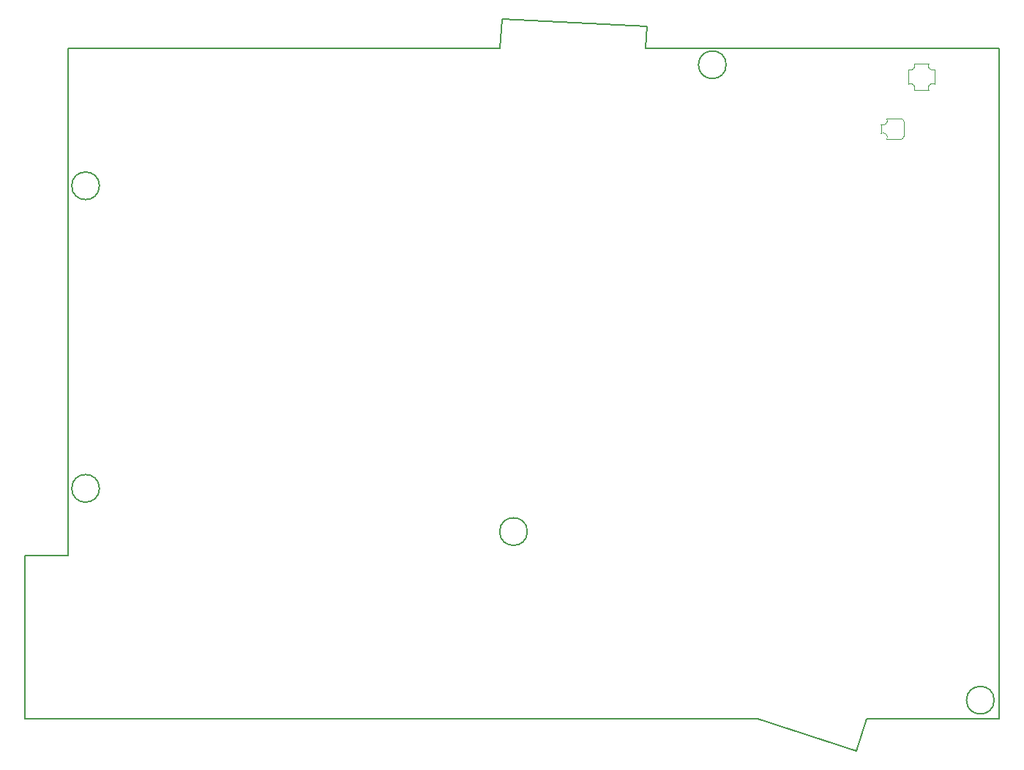
<source format=gm1>
G04 #@! TF.GenerationSoftware,KiCad,Pcbnew,8.0.7*
G04 #@! TF.CreationDate,2024-12-21T19:49:35+01:00*
G04 #@! TF.ProjectId,mint36tt_rev02_R,6d696e74-3336-4747-945f-72657630325f,0.2*
G04 #@! TF.SameCoordinates,Original*
G04 #@! TF.FileFunction,Profile,NP*
%FSLAX46Y46*%
G04 Gerber Fmt 4.6, Leading zero omitted, Abs format (unit mm)*
G04 Created by KiCad (PCBNEW 8.0.7) date 2024-12-21 19:49:35*
%MOMM*%
%LPD*%
G01*
G04 APERTURE LIST*
G04 #@! TA.AperFunction,Profile*
%ADD10C,0.150000*%
G04 #@! TD*
G04 #@! TA.AperFunction,Profile*
%ADD11C,0.200000*%
G04 #@! TD*
G04 #@! TA.AperFunction,Profile*
%ADD12C,0.120000*%
G04 #@! TD*
G04 APERTURE END LIST*
D10*
X160569278Y-55925000D02*
X201475000Y-55925000D01*
X173521422Y-133500000D02*
X93775000Y-133500000D01*
D11*
X97375000Y-106825000D02*
G75*
G02*
X94175000Y-106825000I-1600000J0D01*
G01*
X94175000Y-106825000D02*
G75*
G02*
X97375000Y-106825000I1600000J0D01*
G01*
D10*
X88775000Y-133500000D02*
X88775000Y-114625000D01*
X88775000Y-114625000D02*
X93775000Y-114625000D01*
X184928269Y-137206309D02*
X173521422Y-133500000D01*
X201475000Y-133500000D02*
X186132522Y-133500000D01*
X160702980Y-53373814D02*
X160569278Y-55925000D01*
X143926003Y-52494570D02*
X160702980Y-53373814D01*
X93775000Y-133500000D02*
X88775000Y-133500000D01*
X186132522Y-133500000D02*
X184928269Y-137206309D01*
D11*
X146875000Y-111825000D02*
G75*
G02*
X143675000Y-111825000I-1600000J0D01*
G01*
X143675000Y-111825000D02*
G75*
G02*
X146875000Y-111825000I1600000J0D01*
G01*
D10*
X93775000Y-114625000D02*
X93775000Y-55925000D01*
D11*
X97375000Y-71825000D02*
G75*
G02*
X94175000Y-71825000I-1600000J0D01*
G01*
X94175000Y-71825000D02*
G75*
G02*
X97375000Y-71825000I1600000J0D01*
G01*
X200875000Y-131325000D02*
G75*
G02*
X197675000Y-131325000I-1600000J0D01*
G01*
X197675000Y-131325000D02*
G75*
G02*
X200875000Y-131325000I1600000J0D01*
G01*
D10*
X93775000Y-55925000D02*
X143746222Y-55925000D01*
D11*
X169875000Y-57825000D02*
G75*
G02*
X166675000Y-57825000I-1600000J0D01*
G01*
X166675000Y-57825000D02*
G75*
G02*
X169875000Y-57825000I1600000J0D01*
G01*
D10*
X143746222Y-55925000D02*
X143926003Y-52494570D01*
X201475000Y-114625000D02*
X201475000Y-133500000D01*
X201475000Y-55925000D02*
X201475000Y-114625000D01*
D12*
X187776000Y-65776200D02*
X187776000Y-64734800D01*
X188461800Y-64049000D02*
X190062000Y-64049000D01*
X190062000Y-66462000D02*
X188461800Y-66462000D01*
X190443000Y-64430000D02*
X190443000Y-66081000D01*
X190951000Y-60061200D02*
X190951000Y-58384800D01*
X191636800Y-57699000D02*
X193313200Y-57699000D01*
X191636800Y-60747000D02*
X193313200Y-60747000D01*
X193999000Y-60061200D02*
X193999000Y-58384800D01*
X187776000Y-65776200D02*
G75*
G02*
X188461800Y-66462000I247753J-438047D01*
G01*
X188461800Y-64049000D02*
G75*
G02*
X187776000Y-64734800I-438047J-247753D01*
G01*
X190062000Y-64049000D02*
G75*
G02*
X190443000Y-64430000I1J-380999D01*
G01*
X190443000Y-66081000D02*
G75*
G02*
X190062000Y-66462000I-380999J-1D01*
G01*
X190951000Y-60061200D02*
G75*
G02*
X191636800Y-60747000I247753J-438047D01*
G01*
X191636800Y-57699000D02*
G75*
G02*
X190951000Y-58384800I-438047J-247753D01*
G01*
X193313200Y-60747000D02*
G75*
G02*
X193999000Y-60061200I438047J247753D01*
G01*
X193999000Y-58384800D02*
G75*
G02*
X193313200Y-57699000I-247750J438050D01*
G01*
M02*

</source>
